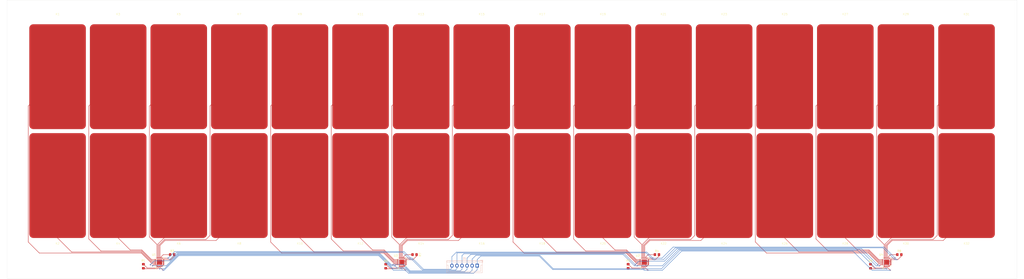
<source format=kicad_pcb>
(kicad_pcb (version 20240108) (generator "pcbnew") (generator_version "8.0")
  (layers (0 "F.Cu" signal) (31 "B.Cu" signal) (34 "B.Paste" user) (35 "F.Paste" user) (36 "B.SilkS" user "B.Silkscreen") (37 "F.SilkS" user "F.Silkscreen") (38 "B.Mask" user) (39 "F.Mask" user) (44 "Edge.Cuts" user))
  (net 0 "")
  (net 1 "+3.3V")
  (net 2 "SMDATA")
  (net 3 "RESET")
  (net 4 "GND")
  (net 5 "ALERT")
  (net 6 "SMCLK")
  (net 7 "Net-(K1-Pin_1)")
  (net 8 "Net-(K2-Pin_1)")
  (net 9 "Net-(K3-Pin_1)")
  (net 10 "Net-(K4-Pin_1)")
  (net 11 "Net-(K5-Pin_1)")
  (net 12 "Net-(K6-Pin_1)")
  (net 13 "Net-(K7-Pin_1)")
  (net 14 "Net-(K8-Pin_1)")
  (net 15 "Net-(K9-Pin_1)")
  (net 16 "Net-(K10-Pin_1)")
  (net 17 "Net-(K11-Pin_1)")
  (net 18 "Net-(K12-Pin_1)")
  (net 19 "Net-(K13-Pin_1)")
  (net 20 "Net-(K14-Pin_1)")
  (net 21 "Net-(K15-Pin_1)")
  (net 22 "Net-(K16-Pin_1)")
  (net 23 "Net-(K17-Pin_1)")
  (net 24 "Net-(K18-Pin_1)")
  (net 25 "Net-(K19-Pin_1)")
  (net 26 "Net-(K20-Pin_1)")
  (net 27 "Net-(K21-Pin_1)")
  (net 28 "Net-(K22-Pin_1)")
  (net 29 "Net-(K23-Pin_1)")
  (net 30 "Net-(K24-Pin_1)")
  (net 31 "Net-(K25-Pin_1)")
  (net 32 "Net-(K26-Pin_1)")
  (net 33 "Net-(K27-Pin_1)")
  (net 34 "Net-(K28-Pin_1)")
  (net 35 "Net-(K29-Pin_1)")
  (net 36 "Net-(K30-Pin_1)")
  (net 37 "Net-(K31-Pin_1)")
  (net 38 "Net-(K32-Pin_1)")
  (net 39 "Net-(U1-WAKE{slash}SPI_MOSI)")
  (net 40 "Net-(U2-WAKE{slash}SPI_MOSI)")
  (net 41 "Net-(U1-ADDR_COMM)")
  (net 42 "Net-(U2-ADDR_COMM)")
  (net 43 "Net-(U3-WAKE{slash}SPI_MOSI)")
  (net 44 "Net-(U4-WAKE{slash}SPI_MOSI)")
  (net 45 "Net-(U3-ADDR_COMM)")
  (net 46 "Net-(U4-ADDR_COMM)")
  (footprint "Resistor_SMD:R_0805_2012Metric_Pad1.20x1.40mm_HandSolder" (layer "F.Cu") (at 116.25 258.75 -90)
    (property "Reference" "R1")
    (property "Value" "10k")
  )
  (footprint "Resistor_SMD:R_0805_2012Metric_Pad1.20x1.40mm_HandSolder" (layer "F.Cu") (at 356.25 258.75 -90)
    (property "Reference" "R2")
    (property "Value" "10k")
  )
  (footprint "TouchKey:TouchKey_Standard" (layer "F.Cu") (at 223.76905 164.75 180)
    (property "Reference" "K11")
    (property "Value" "Conn_01x01")
  )
  (footprint "Resistor_SMD:R_0805_2012Metric_Pad1.20x1.40mm_HandSolder" (layer "F.Cu") (at 130.5 253)
    (property "Reference" "R3")
    (property "Value" "150k")
  )
  (footprint "Resistor_SMD:R_0805_2012Metric_Pad1.20x1.40mm_HandSolder" (layer "F.Cu") (at 250.5 253)
    (property "Reference" "R7")
    (property "Value" "120k")
  )
  (footprint "TouchKey:TouchKey_Standard" (layer "F.Cu") (at 523.7881 218.75)
    (property "Reference" "K32")
    (property "Value" "Conn_01x01")
  )
  (footprint "MountingHole:MountingHole_3.2mm_M3" (layer "F.Cu") (at 298.75 259)
    (property "Reference" "REF**" (hide yes))
    (property "Value" "MountingHole_3.2mm_M3")
  )
  (footprint "TouchKey:TouchKey_Standard" (layer "F.Cu") (at 403.76905 164.75 180)
    (property "Reference" "K23")
    (property "Value" "Conn_01x01")
  )
  (footprint "TouchKey:TouchKey_Standard" (layer "F.Cu") (at 103.76905 218.75)
    (property "Reference" "K4")
    (property "Value" "Conn_01x01")
  )
  (footprint "CAP1188_1_CP_TR:QFN24_4X4MC_MCH" (layer "F.Cu") (at 124.238 256.7185 90)
    (property "Reference" "U1")
    (property "Value" "CAP1188-1-CP-TR")
  )
  (footprint "MountingHole:MountingHole_3.2mm_M3" (layer "F.Cu") (at 418.75 259)
    (property "Reference" "REF**" (hide yes))
    (property "Value" "MountingHole_3.2mm_M3")
  )
  (footprint "TouchKey:TouchKey_Standard" (layer "F.Cu") (at 103.76905 164.75 180)
    (property "Reference" "K3")
    (property "Value" "Conn_01x01")
  )
  (footprint "MountingHole:MountingHole_3.2mm_M3" (layer "F.Cu") (at 178.75 132.75)
    (property "Reference" "REF**" (hide yes))
    (property "Value" "MountingHole_3.2mm_M3")
  )
  (footprint "CAP1188_1_CP_TR:QFN24_4X4MC_MCH" (layer "F.Cu") (at 244.25 256.75 90)
    (property "Reference" "U3")
    (property "Value" "CAP1188-1-CP-TR")
  )
  (footprint "TouchKey:TouchKey_Standard" (layer "F.Cu") (at 313.76905 164.75 180)
    (property "Reference" "K17")
    (property "Value" "Conn_01x01")
  )
  (footprint "TouchKey:TouchKey_Standard" (layer "F.Cu") (at 463.7881 218.75)
    (property "Reference" "K28")
    (property "Value" "Conn_01x01")
  )
  (footprint "MountingHole:MountingHole_3.2mm_M3" (layer "F.Cu") (at 298.75 132.75)
    (property "Reference" "REF**" (hide yes))
    (property "Value" "MountingHole_3.2mm_M3")
  )
  (footprint "Resistor_SMD:R_0805_2012Metric_Pad1.20x1.40mm_HandSolder" (layer "F.Cu") (at 236.25 258.75 -90)
    (property "Reference" "R5")
    (property "Value" "10k")
  )
  (footprint "TouchKey:TouchKey_Standard" (layer "F.Cu") (at 253.76905 164.75 180)
    (property "Reference" "K13")
    (property "Value" "Conn_01x01")
  )
  (footprint "TouchKey:TouchKey_Standard" (layer "F.Cu") (at 163.76905 218.75)
    (property "Reference" "K8")
    (property "Value" "Conn_01x01")
  )
  (footprint "MountingHole:MountingHole_3.2mm_M3" (layer "F.Cu") (at 542.75 259)
    (property "Reference" "REF**" (hide yes))
    (property "Value" "MountingHole_3.2mm_M3")
  )
  (footprint "TouchKey:TouchKey_Standard" (layer "F.Cu") (at 373.76905 164.75 180)
    (property "Reference" "K21")
    (property "Value" "Conn_01x01")
  )
  (footprint "TouchKey:TouchKey_Standard" (layer "F.Cu") (at 493.7881 218.75)
    (property "Reference" "K30")
    (property "Value" "Conn_01x01")
  )
  (footprint "TouchKey:TouchKey_Standard" (layer "F.Cu") (at 523.76905 164.75 180)
    (property "Reference" "K31")
    (property "Value" "Conn_01x01")
  )
  (footprint "TouchKey:TouchKey_Standard" (layer "F.Cu") (at 73.76905 164.75 180)
    (property "Reference" "K1")
    (property "Value" "Conn_01x01")
  )
  (footprint "Resistor_SMD:R_0805_2012Metric_Pad1.20x1.40mm_HandSolder" (layer "F.Cu") (at 490.5 253)
    (property "Reference" "R8")
    (property "Value" "82k")
  )
  (footprint "TouchKey:TouchKey_Standard" (layer "F.Cu") (at 343.7881 218.75)
    (property "Reference" "K20")
    (property "Value" "Conn_01x01")
  )
  (footprint "Resistor_SMD:R_0805_2012Metric_Pad1.20x1.40mm_HandSolder" (layer "F.Cu") (at 476.25 258.75 -90)
    (property "Reference" "R6")
    (property "Value" "10k")
  )
  (footprint "TouchKey:TouchKey_Standard" (layer "F.Cu") (at 133.76905 218.75)
    (property "Reference" "K6")
    (property "Value" "Conn_01x01")
  )
  (footprint "MountingHole:MountingHole_3.2mm_M3" (layer "F.Cu") (at 54.75 132.75)
    (property "Reference" "REF**" (hide yes))
    (property "Value" "MountingHole_3.2mm_M3")
  )
  (footprint "TouchKey:TouchKey_Standard" (layer "F.Cu") (at 193.76905 218.75)
    (property "Reference" "K10")
    (property "Value" "Conn_01x01")
  )
  (footprint "CAP1188_1_CP_TR:QFN24_4X4MC_MCH" (layer "F.Cu") (at 364.25 256.75 90)
    (property "Reference" "U2")
    (property "Value" "CAP1188-1-CP-TR")
  )
  (footprint "TouchKey:TouchKey_Standard" (layer "F.Cu") (at 463.76905 164.75 180)
    (property "Reference" "K27")
    (property "Value" "Conn_01x01")
  )
  (footprint "Resistor_SMD:R_0805_2012Metric_Pad1.20x1.40mm_HandSolder" (layer "F.Cu") (at 370.5 253)
    (property "Reference" "R4")
    (property "Value" "100k")
  )
  (footprint "MountingHole:MountingHole_3.2mm_M3" (layer "F.Cu") (at 54.75 259)
    (property "Reference" "REF**" (hide yes))
    (property "Value" "MountingHole_3.2mm_M3")
  )
  (footprint "TouchKey:TouchKey_Standard" (layer "F.Cu") (at 373.7881 218.75)
    (property "Reference" "K22")
    (property "Value" "Conn_01x01")
  )
  (footprint "TouchKey:TouchKey_Standard" (layer "F.Cu") (at 403.7881 218.75)
    (property "Reference" "K24")
    (property "Value" "Conn_01x01")
  )
  (footprint "TouchKey:TouchKey_Standard" (layer "F.Cu") (at 193.76905 164.75 180)
    (property "Reference" "K9")
    (property "Value" "Conn_01x01")
  )
  (footprint "TouchKey:TouchKey_Standard" (layer "F.Cu") (at 433.7881 218.75)
    (property "Reference" "K26")
    (property "Value" "Conn_01x01")
  )
  (footprint "TouchKey:TouchKey_Standard" (layer "F.Cu") (at 283.76905 164.75 180)
    (property "Reference" "K15")
    (property "Value" "Conn_01x01")
  )
  (footprint "TouchKey:TouchKey_Standard" (layer "F.Cu") (at 313.7881 218.75)
    (property "Reference" "K18")
    (property "Value" "Conn_01x01")
  )
  (footprint "CAP1188_1_CP_TR:QFN24_4X4MC_MCH" (layer "F.Cu") (at 484.25 256.75 90)
    (property "Reference" "U4")
    (property "Value" "CAP1188-1-CP-TR")
  )
  (footprint "MountingHole:MountingHole_3.2mm_M3" (layer "F.Cu") (at 418.75 132.75)
    (property "Reference" "REF**" (hide yes))
    (property "Value" "MountingHole_3.2mm_M3")
  )
  (footprint "TouchKey:TouchKey_Standard" (layer "F.Cu") (at 73.76905 218.75)
    (property "Reference" "K2")
    (property "Value" "Conn_01x01")
  )
  (footprint "TouchKey:TouchKey_Standard" (layer "F.Cu") (at 343.76905 164.75 180)
    (property "Reference" "K19")
    (property "Value" "Conn_01x01")
  )
  (footprint "TouchKey:TouchKey_Standard" (layer "F.Cu") (at 283.7881 218.75)
    (property "Reference" "K16")
    (property "Value" "Conn_01x01")
  )
  (footprint "MountingHole:MountingHole_3.2mm_M3" (layer "F.Cu") (at 178.75 259)
    (property "Reference" "REF**" (hide yes))
    (property "Value" "MountingHole_3.2mm_M3")
  )
  (footprint "MountingHole:MountingHole_3.2mm_M3" (layer "F.Cu") (at 542.75 132.75)
    (property "Reference" "REF**" (hide yes))
    (property "Value" "MountingHole_3.2mm_M3")
  )
  (footprint "TouchKey:TouchKey_Standard" (layer "F.Cu") (at 223.76905 218.75)
    (property "Reference" "K12")
    (property "Value" "Conn_01x01")
  )
  (footprint "TouchKey:TouchKey_Standard" (layer "F.Cu") (at 163.76905 164.75 180)
    (property "Reference" "K7")
    (property "Value" "Conn_01x01")
  )
  (footprint "TouchKey:TouchKey_Standard" (layer "F.Cu") (at 253.76905 218.75)
    (property "Reference" "K14")
    (property "Value" "Conn_01x01")
  )
  (footprint "TouchKey:TouchKey_Standard" (layer "F.Cu") (at 493.76905 164.75 180)
    (property "Reference" "K29")
    (property "Value" "Conn_01x01")
  )
  (footprint "TouchKey:TouchKey_Standard" (layer "F.Cu") (at 133.76905 164.75 180)
    (property "Reference" "K5")
    (property "Value" "Conn_01x01")
  )
  (footprint "TouchKey:TouchKey_Standard" (layer "F.Cu") (at 433.76905 164.75 180)
    (property "Reference" "K25")
    (property "Value" "Conn_01x01")
  )
  (footprint "Connector_JST:JST_XH_B6B-XH-A_1x06_P2.50mm_Vertical" (layer "B.Cu") (at 281.5 258.475 180)
    (property "Reference" "J1")
    (property "Value" "Conn_01x06_Socket")
  )
  (gr_rect (start 48.75 126.75) (end 548.75 265) (stroke (width 0.05)) (fill none) (layer "Edge.Cuts"))
  (segment (start 240.25 257.5) (end 242.25 257.5) (width 0.2) (layer "F.Cu") (net 1))
  (segment (start 119.75 258) (end 120.2695 257.4805) (width 0.2) (layer "F.Cu") (net 1))
  (segment (start 480.238 257.512) (end 482.2815 257.512) (width 0.2) (layer "F.Cu") (net 1))
  (segment (start 360.25 257.5) (end 362.25 257.5) (width 0.2) (layer "F.Cu") (net 1))
  (segment (start 479.75 258) (end 480.238 257.512) (width 0.2) (layer "F.Cu") (net 1))
  (segment (start 359.75 258) (end 360.25 257.5) (width 0.2) (layer "F.Cu") (net 1))
  (segment (start 120.2695 257.4805) (end 122.2695 257.4805) (width 0.2) (layer "F.Cu") (net 1))
  (segment (start 239.75 258) (end 240.25 257.5) (width 0.2) (layer "F.Cu") (net 1))
  (via (at 239.75 258) (size 0.6) (drill 0.3) (layers "F.Cu" "B.Cu") (net 1))
  (via (at 359.75 258) (size 0.6) (drill 0.3) (layers "F.Cu" "B.Cu") (net 1))
  (via (at 119.75 258) (size 0.6) (drill 0.3) (layers "F.Cu" "B.Cu") (net 1))
  (via (at 479.75 258) (size 0.6) (drill 0.3) (layers "F.Cu" "B.Cu") (net 1))
  (segment (start 233.247058 252.3) (end 238.947058 258) (width 0.2) (layer "B.Cu") (net 1))
  (segment (start 359.75 258) (end 361.5 256.25) (width 0.2) (layer "B.Cu") (net 1))
  (segment (start 471.8 250.05) (end 479.75 258) (width 0.2) (layer "B.Cu") (net 1))
  (segment (start 121.7015 256.0485) (end 129.498529 256.0485) (width 0.2) (layer "B.Cu") (net 1))
  (segment (start 129.498529 256.0485) (end 133.247029 252.3) (width 0.2) (layer "B.Cu") (net 1))
  (segment (start 374.25 256.25) (end 380.45 250.05) (width 0.2) (layer "B.Cu") (net 1))
  (segment (start 273.2 261.05) (end 274 260.25) (width 0.2) (layer "B.Cu") (net 1))
  (segment (start 359.75 258) (end 354.3 252.55) (width 0.2) (layer "B.Cu") (net 1))
  (segment (start 248.279901 261.05) (end 273.2 261.05) (width 0.2) (layer "B.Cu") (net 1))
  (segment (start 239.85 257.9) (end 245.129901 257.9) (width 0.2) (layer "B.Cu") (net 1))
  (segment (start 361.5 256.25) (end 374.25 256.25) (width 0.2) (layer "B.Cu") (net 1))
  (segment (start 119.75 258) (end 121.7015 256.0485) (width 0.2) (layer "B.Cu") (net 1))
  (segment (start 354.3 252.55) (end 274.95 252.55) (width 0.2) (layer "B.Cu") (net 1))
  (segment (start 274.95 252.55) (end 274 253.5) (width 0.2) (layer "B.Cu") (net 1))
  (segment (start 274 253.5) (end 274 258.475) (width 0.2) (layer "B.Cu") (net 1))
  (segment (start 380.45 250.05) (end 471.8 250.05) (width 0.2) (layer "B.Cu") (net 1))
  (segment (start 274 260.25) (end 274 258.475) (width 0.2) (layer "B.Cu") (net 1))
  (segment (start 239.75 258) (end 239.85 257.9) (width 0.2) (layer "B.Cu") (net 1))
  (segment (start 245.129901 257.9) (end 248.279901 261.05) (width 0.2) (layer "B.Cu") (net 1))
  (segment (start 133.247029 252.3) (end 233.247058 252.3) (width 0.2) (layer "B.Cu") (net 1))
  (segment (start 238.947058 258) (end 239.75 258) (width 0.2) (layer "B.Cu") (net 1))
  (segment (start 484 259.75) (end 484 258.703) (width 0.2) (layer "F.Cu") (net 2))
  (segment (start 124.25 260) (end 123.984 259.734) (width 0.2) (layer "F.Cu") (net 2))
  (segment (start 244.25 260) (end 243.984 259.734) (width 0.2) (layer "F.Cu") (net 2))
  (segment (start 123.984 259.734) (end 123.984 258.687) (width 0.2) (layer "F.Cu") (net 2))
  (segment (start 243.984 259.734) (end 243.984 258.687) (width 0.2) (layer "F.Cu") (net 2))
  (segment (start 363.984 259.734) (end 363.984 258.687) (width 0.2) (layer "F.Cu") (net 2))
  (segment (start 484.25 260) (end 484 259.75) (width 0.2) (layer "F.Cu") (net 2))
  (segment (start 364.25 260) (end 363.984 259.734) (width 0.2) (layer "F.Cu") (net 2))
  (via (at 364.25 260) (size 0.6) (drill 0.3) (layers "F.Cu" "B.Cu") (net 2))
  (via (at 244.25 260) (size 0.6) (drill 0.3) (layers "F.Cu" "B.Cu") (net 2))
  (via (at 124.25 260) (size 0.6) (drill 0.3) (layers "F.Cu" "B.Cu") (net 2))
  (via (at 484.25 260) (size 0.6) (drill 0.3) (layers "F.Cu" "B.Cu") (net 2))
  (segment (start 279 255.25) (end 279 258.475) (width 0.2) (layer "B.Cu") (net 2))
  (segment (start 469.85 250.85) (end 479 260) (width 0.2) (layer "B.Cu") (net 2))
  (segment (start 232.915686 253.1) (end 133.578401 253.1) (width 0.2) (layer "B.Cu") (net 2))
  (segment (start 133.578401 253.1) (end 126.678401 260) (width 0.2) (layer "B.Cu") (net 2))
  (segment (start 244.25 260) (end 246.098529 260) (width 0.2) (layer "B.Cu") (net 2))
  (segment (start 479 260) (end 484.25 260) (width 0.2) (layer "B.Cu") (net 2))
  (segment (start 364.25 260) (end 372.75 260) (width 0.2) (layer "B.Cu") (net 2))
  (segment (start 246.098529 260) (end 247.948529 261.85) (width 0.2) (layer "B.Cu") (net 2))
  (segment (start 244.25 260) (end 239.815686 260) (width 0.2) (layer "B.Cu") (net 2))
  (segment (start 372.75 260) (end 381.9 250.85) (width 0.2) (layer "B.Cu") (net 2))
  (segment (start 279 260.75) (end 279 258.475) (width 0.2) (layer "B.Cu") (net 2))
  (segment (start 381.9 250.85) (end 469.85 250.85) (width 0.2) (layer "B.Cu") (net 2))
  (segment (start 247.948529 261.85) (end 277.9 261.85) (width 0.2) (layer "B.Cu") (net 2))
  (segment (start 277.9 261.85) (end 279 260.75) (width 0.2) (layer "B.Cu") (net 2))
  (segment (start 364.25 260) (end 319.157843 260) (width 0.2) (layer "B.Cu") (net 2))
  (segment (start 239.815686 260) (end 232.915686 253.1) (width 0.2) (layer "B.Cu") (net 2))
  (segment (start 280.9 253.35) (end 279 255.25) (width 0.2) (layer "B.Cu") (net 2))
  (segment (start 126.678401 260) (end 124.25 260) (width 0.2) (layer "B.Cu") (net 2))
  (segment (start 312.507843 253.35) (end 280.9 253.35) (width 0.2) (layer "B.Cu") (net 2))
  (segment (start 319.157843 260) (end 312.507843 253.35) (width 0.2) (layer "B.Cu") (net 2))
  (segment (start 122.2695 257.9885) (end 121.2615 257.9885) (width 0.2) (layer "F.Cu") (net 3))
  (segment (start 361.25 258) (end 360.75 258.5) (width 0.2) (layer "F.Cu") (net 3))
  (segment (start 242.238 258.02) (end 241.23 258.02) (width 0.2) (layer "F.Cu") (net 3))
  (segment (start 480.75 258.5) (end 481.23 258.02) (width 0.2) (layer "F.Cu") (net 3))
  (segment (start 362.258 258) (end 361.25 258) (width 0.2) (layer "F.Cu") (net 3))
  (segment (start 241.23 258.02) (end 240.75 258.5) (width 0.2) (layer "F.Cu") (net 3))
  (segment (start 481.23 258.02) (end 482.2815 258.02) (width 0.2) (layer "F.Cu") (net 3))
  (segment (start 121.2615 257.9885) (end 120.75 258.5) (width 0.2) (layer "F.Cu") (net 3))
  (via (at 120.75 258.5) (size 0.6) (drill 0.3) (layers "F.Cu" "B.Cu") (net 3))
  (via (at 480.75 258.5) (size 0.6) (drill 0.3) (layers "F.Cu" "B.Cu") (net 3))
  (via (at 240.75 258.5) (size 0.6) (drill 0.3) (layers "F.Cu" "B.Cu") (net 3))
  (via (at 360.75 258.5) (size 0.6) (drill 0.3) (layers "F.Cu" "B.Cu") (net 3))
  (segment (start 246.064215 259.4) (end 248.114215 261.45) (width 0.2) (layer "B.Cu") (net 3))
  (segment (start 240.85 258.6) (end 240.75 258.5) (width 0.2) (layer "B.Cu") (net 3))
  (segment (start 470.95 250.45) (end 381.3 250.45) (width 0.2) (layer "B.Cu") (net 3))
  (segment (start 240.75 258.5) (end 241.65 259.4) (width 0.2) (layer "B.Cu") (net 3))
  (segment (start 276.5 260.25) (end 276.5 258.475) (width 0.2) (layer "B.Cu") (net 3))
  (segment (start 240.65 258.6) (end 238.981372 258.6) (width 0.2) (layer "B.Cu") (net 3))
  (segment (start 248.114215 261.45) (end 275.3 261.45) (width 0.2) (layer "B.Cu") (net 3))
  (segment (start 278.3 252.95) (end 276.5 254.75) (width 0.2) (layer "B.Cu") (net 3))
  (segment (start 241.65 259.4) (end 246.064215 259.4) (width 0.2) (layer "B.Cu") (net 3))
  (segment (start 479.1 258.6) (end 470.95 250.45) (width 0.2) (layer "B.Cu") (net 3))
  (segment (start 360.65 258.6) (end 359.425736 258.6) (width 0.2) (layer "B.Cu") (net 3))
  (segment (start 275.3 261.45) (end 276.5 260.25) (width 0.2) (layer "B.Cu") (net 3))
  (segment (start 381.3 250.45) (end 373.25 258.5) (width 0.2) (layer "B.Cu") (net 3))
  (segment (start 359.425736 258.6) (end 353.775736 252.95) (width 0.2) (layer "B.Cu") (net 3))
  (segment (start 133.412715 252.7) (end 127.612715 258.5) (width 0.2) (layer "B.Cu") (net 3))
  (segment (start 233.081372 252.7) (end 133.412715 252.7) (width 0.2) (layer "B.Cu") (net 3))
  (segment (start 240.75 258.5) (end 240.65 258.6) (width 0.2) (layer "B.Cu") (net 3))
  (segment (start 360.75 258.5) (end 360.65 258.6) (width 0.2) (layer "B.Cu") (net 3))
  (segment (start 373.25 258.5) (end 360.75 258.5) (width 0.2) (layer "B.Cu") (net 3))
  (segment (start 127.612715 258.5) (end 120.75 258.5) (width 0.2) (layer "B.Cu") (net 3))
  (segment (start 480.65 258.6) (end 479.1 258.6) (width 0.2) (layer "B.Cu") (net 3))
  (segment (start 276.5 254.75) (end 276.5 258.475) (width 0.2) (layer "B.Cu") (net 3))
  (segment (start 238.981372 258.6) (end 233.081372 252.7) (width 0.2) (layer "B.Cu") (net 3))
  (segment (start 480.75 258.5) (end 480.65 258.6) (width 0.2) (layer "B.Cu") (net 3))
  (segment (start 353.775736 252.95) (end 278.3 252.95) (width 0.2) (layer "B.Cu") (net 3))
  (segment (start 360.85 258.6) (end 360.75 258.5) (width 0.2) (layer "B.Cu") (net 3))
  (segment (start 485.012 257.4925) (end 484.238 256.7185) (width 0.2) (layer "F.Cu") (net 4))
  (segment (start 246.2065 255.48) (end 246.2065 257.9885) (width 0.2) (layer "F.Cu") (net 4))
  (segment (start 242.9879 258.0121) (end 244.25 256.75) (width 0.2) (layer "F.Cu") (net 4))
  (segment (start 489.8015 255.4485) (end 491.5 253.75) (width 0.2) (layer "F.Cu") (net 4))
  (segment (start 249.8015 255.4485) (end 251.5 253.75) (width 0.2) (layer "F.Cu") (net 4))
  (segment (start 246.2065 257.9885) (end 245.508 258.687) (width 0.2) (layer "F.Cu") (net 4))
  (segment (start 244.492 256.4645) (end 244.238 256.7185) (width 0.2) (layer "F.Cu") (net 4))
  (segment (start 249.25 255.4485) (end 249.8015 255.4485) (width 0.2) (layer "F.Cu") (net 4))
  (segment (start 131.5 253.75) (end 131.5 253) (width 0.2) (layer "F.Cu") (net 4))
  (segment (start 369.3015 255.4485) (end 369.25 255.4485) (width 0.2) (layer "F.Cu") (net 4))
  (segment (start 369.25 255.4485) (end 369.8015 255.4485) (width 0.2) (layer "F.Cu") (net 4))
  (segment (start 249.25 255.4485) (end 249.2185 255.48) (width 0.2) (layer "F.Cu") (net 4))
  (segment (start 482.968 258.687) (end 482.9759 258.6791) (width 0.2) (layer "F.Cu") (net 4))
  (segment (start 122.9759 258.6791) (end 122.9759 257.9806) (width 0.2) (layer "F.Cu") (net 4))
  (segment (start 485.012 258.7185) (end 485.012 257.512) (width 0.2) (layer "F.Cu") (net 4))
  (segment (start 129.3015 255.4485) (end 129.25 255.4485) (width 0.2) (layer "F.Cu") (net 4))
  (segment (start 489.3015 255.4485) (end 489.25 255.4485) (width 0.2) (layer "F.Cu") (net 4))
  (segment (start 482.968 258.687) (end 482.968 259.282) (width 0.2) (layer "F.Cu") (net 4))
  (segment (start 122.9759 257.9806) (end 124.238 256.7185) (width 0.2) (layer "F.Cu") (net 4))
  (segment (start 482.98 258.7185) (end 482.9879 258.7106) (width 0.2) (layer "F.Cu") (net 4))
  (segment (start 478.125 259.625) (end 476.25 257.75) (width 0.2) (layer "F.Cu") (net 4))
  (segment (start 122.968 258.687) (end 122.968 259.282) (width 0.2) (layer "F.Cu") (net 4))
  (segment (start 124.492 256.4645) (end 124.238 256.7185) (width 0.2) (layer "F.Cu") (net 4))
  (segment (start 125 258.687) (end 125 257.4805) (width 0.2) (layer "F.Cu") (net 4))
  (segment (start 364.492 256.4645) (end 366.2065 256.4645) (width 0.2) (layer "F.Cu") (net 4))
  (segment (start 362.625 259.625) (end 358.125 259.625) (width 0.2) (layer "F.Cu") (net 4))
  (segment (start 125.508 258.687) (end 126.2065 257.9885) (width 0.2) (layer "F.Cu") (net 4))
  (segment (start 369.25 255.4485) (end 366.2065 255.4485) (width 0.2) (layer "F.Cu") (net 4))
  (segment (start 242.968 259.282) (end 242.625 259.625) (width 0.2) (layer "F.Cu") (net 4))
  (segment (start 489.25 255.4485) (end 489.8015 255.4485) (width 0.2) (layer "F.Cu") (net 4))
  (segment (start 242.9879 258.7106) (end 242.9879 258.0121) (width 0.2) (layer "F.Cu") (net 4))
  (segment (start 245.508 258.687) (end 245 258.687) (width 0.2) (layer "F.Cu") (net 4))
  (segment (start 484.492 256.4645) (end 484.238 256.7185) (width 0.2) (layer "F.Cu") (net 4))
  (segment (start 122.968 259.282) (end 122.625 259.625) (width 0.2) (layer "F.Cu") (net 4))
  (segment (start 245 257.4805) (end 244.238 256.7185) (width 0.2) (layer "F.Cu") (net 4))
  (segment (start 358.125 259.625) (end 356.25 257.75) (width 0.2) (layer "F.Cu") (net 4))
  (segment (start 485.5515 258.687) (end 485.012 258.687) (width 0.2) (layer "F.Cu") (net 4))
  (segment (start 242.625 259.625) (end 238.125 259.625) (width 0.2) (layer "F.Cu") (net 4))
  (segment (start 362.9879 258.0121) (end 364.25 256.75) (width 0.2) (layer "F.Cu") (net 4))
  (segment (start 366.2065 257.9885) (end 365.508 258.687) (width 0.2) (layer "F.Cu") (net 4))
  (segment (start 489.25 255.4485) (end 489.2185 255.48) (width 0.2) (layer "F.Cu") (net 4))
  (segment (start 238.125 259.625) (end 236.25 257.75) (width 0.2) (layer "F.Cu") (net 4))
  (segment (start 366.2065 255.4485) (end 366.2065 257.9885) (width 0.2) (layer "F.Cu") (net 4))
  (segment (start 482.625 259.625) (end 478.125 259.625) (width 0.2) (layer "F.Cu") (net 4))
  (segment (start 118.125 259.625) (end 116.25 257.75) (width 0.2) (layer "F.Cu") (net 4))
  (segment (start 364.238 256.7185) (end 364.492 256.4645) (width 0.2) (layer "F.Cu") (net 4))
  (segment (start 249.3015 255.4485) (end 249.25 255.4485) (width 0.2) (layer "F.Cu") (net 4))
  (segment (start 486.2065 258.032) (end 485.5515 258.687) (width 0.2) (layer "F.Cu") (net 4))
  (segment (start 249.2185 255.48) (end 246.2065 255.48) (width 0.2) (layer "F.Cu") (net 4))
  (segment (start 129.25 255.4485) (end 129.8015 255.4485) (width 0.2) (layer "F.Cu") (net 4))
  (segment (start 129.25 255.4485) (end 126.2065 255.4485) (width 0.2) (layer "F.Cu") (net 4))
  (segment (start 362.968 258.687) (end 362.9759 258.6791) (width 0.2) (layer "F.Cu") (net 4))
  (segment (start 486.2065 255.48) (end 486.2065 258.032) (width 0.2) (layer "F.Cu") (net 4))
  (segment (start 362.968 259.282) (end 362.625 259.625) (width 0.2) (layer "F.Cu") (net 4))
  (segment (start 486.2065 256.4645) (end 484.492 256.4645) (width 0.2) (layer "F.Cu") (net 4))
  (segment (start 125 257.4805) (end 124.238 256.7185) (width 0.2) (layer "F.Cu") (net 4))
  (segment (start 126.2065 256.4645) (end 124.492 256.4645) (width 0.2) (layer "F.Cu") (net 4))
  (segment (start 371.5 253.75) (end 371.5 253) (width 0.2) (layer "F.Cu") (net 4))
  (segment (start 489.2185 255.48) (end 486.2065 255.48) (width 0.2) (layer "F.Cu") (net 4))
  (segment (start 482.9879 258.7106) (end 482.9879 258.0121) (width 0.2) (layer "F.Cu") (net 4))
  (segment (start 245 258.687) (end 245 257.4805) (width 0.2) (layer "F.Cu") (net 4))
  (segment (start 122.968 258.687) (end 122.9759 258.6791) (width 0.2) (layer "F.Cu") (net 4))
  (segment (start 482.968 259.282) (end 482.625 259.625) (width 0.2) (layer "F.Cu") (net 4))
  (segment (start 365.508 258.687) (end 365.012 258.687) (width 0.2) (layer "F.Cu") (net 4))
  (segment (start 365.012 257.4925) (end 364.238 256.7185) (width 0.2) (layer "F.Cu") (net 4))
  (segment (start 246.2065 256.4645) (end 244.492 256.4645) (width 0.2) (layer "F.Cu") (net 4))
  (segment (start 362.968 258.687) (end 362.968 259.282) (width 0.2) (layer "F.Cu") (net 4))
  (segment (start 491.5 253.75) (end 491.5 253) (width 0.2) (layer "F.Cu") (net 4))
  (segment (start 362.98 258.7185) (end 362.9879 258.7106) (width 0.2) (layer "F.Cu") (net 4))
  (segment (start 122.625 259.625) (end 118.125 259.625) (width 0.2) (layer "F.Cu") (net 4))
  (segment (start 129.8015 255.4485) (end 131.5 253.75) (width 0.2) (layer "F.Cu") (net 4))
  (segment (start 251.5 253.75) (end 251.5 253) (width 0.2) (layer "F.Cu") (net 4))
  (segment (start 242.968 258.687) (end 242.9759 258.6791) (width 0.2) (layer "F.Cu") (net 4))
  (segment (start 126.2065 257.9885) (end 126.2065 255.4485) (width 0.2) (layer "F.Cu") (net 4))
  (segment (start 362.9879 258.7106) (end 362.9879 258.0121) (width 0.2) (layer "F.Cu") (net 4))
  (segment (start 242.968 258.687) (end 242.968 259.282) (width 0.2) (layer "F.Cu") (net 4))
  (segment (start 365.012 258.687) (end 365.012 257.4925) (width 0.2) (layer "F.Cu") (net 4))
  (segment (start 242.98 258.7185) (end 242.9879 258.7106) (width 0.2) (layer "F.Cu") (net 4))
  (segment (start 369.8015 255.4485) (end 371.5 253.75) (width 0.2) (layer "F.Cu") (net 4))
  (segment (start 485.012 257.512) (end 484.25 256.75) (width 0.2) (layer "F.Cu") (net 4))
  (segment (start 125 258.687) (end 125.508 258.687) (width 0.2) (layer "F.Cu") (net 4))
  (segment (start 482.9879 258.0121) (end 484.25 256.75) (width 0.2) (layer "F.Cu") (net 4))
  (via (at 129.25 255.4485) (size 0.6) (drill 0.3) (layers "F.Cu" "B.Cu") (net 4))
  (via (at 489.25 255.4485) (size 0.6) (drill 0.3) (layers "F.Cu" "B.Cu") (net 4))
  (via (at 249.25 255.4485) (size 0.6) (drill 0.3) (layers "F.Cu" "B.Cu") (net 4))
  (via (at 369.25 255.4485) (size 0.6) (drill 0.3) (layers "F.Cu" "B.Cu") (net 4))
  (segment (start 271.5 260) (end 271.5 258.475) (width 0.2) (layer "B.Cu") (net 4))
  (segment (start 379.6 249.65) (end 373.8015 255.4485) (width 0.2) (layer "B.Cu") (net 4))
  (segment (start 489.25 255.4485) (end 488.1985 255.4485) (width 0.2) (layer "B.Cu") (net 4))
  (segment (start 129.25 255.4485) (end 132.7985 251.9) (width 0.2) (layer "B.Cu") (net 4))
  (segment (start 254.4515 260.65) (end 270.85 260.65) (width 0.2) (layer "B.Cu") (net 4))
  (segment (start 270.85 260.65) (end 271.5 260) (width 0.2) (layer "B.Cu") (net 4))
  (segment (start 365.051471 252.15) (end 271.6 252.15) (width 0.2) (layer "B.Cu") (net 4))
  (segment (start 271.5 252.25) (end 271.5 258.475) (width 0.2) (layer "B.Cu") (net 4))
  (segment (start 488.1985 255.4485) (end 482.4 249.65) (width 0.2) (layer "B.Cu") (net 4))
  (segment (start 373.8015 255.4485) (end 369.25 255.4485) (width 0.2) (layer "B.Cu") (net 4))
  (segment (start 132.7985 251.9) (end 244.65 251.9) (width 0.2) (layer "B.Cu") (net 4))
  (segment (start 482.4 249.65) (end 379.6 249.65) (width 0.2) (layer "B.Cu") (net 4))
  (segment (start 248.1985 255.4485) (end 249.25 255.4485) (width 0.2) (layer "B.Cu") (net 4))
  (segment (start 249.25 255.4485) (end 254.4515 260.65) (width 0.2) (layer "B.Cu") (net 4))
  (segment (start 271.6 252.15) (end 271.5 252.25) (width 0.2) (layer "B.Cu") (net 4))
  (segment (start 369.25 255.4485) (end 368.349971 255.4485) (width 0.2) (layer "B.Cu") (net 4))
  (segment (start 244.65 251.9) (end 248.1985 255.4485) (width 0.2) (layer "B.Cu") (net 4))
  (segment (start 368.349971 255.4485) (end 365.051471 252.15) (width 0.2) (layer "B.Cu") (net 4))
  (segment (start 365.508 254.75) (end 368.5 254.75) (width 0.2) (layer "F.Cu") (net 5))
  (segment (start 485.508 254.75) (end 488.5 254.75) (width 0.2) (layer "F.Cu") (net 5))
  (segment (start 125.508 254.75) (end 128.5 254.75) (width 0.2) (layer "F.Cu") (net 5))
  (segment (start 245.508 254.75) (end 248.5 254.75) (width 0.2) (layer "F.Cu") (net 5))
  (via (at 128.5 254.75) (size 0.6) (drill 0.3) (layers "F.Cu" "B.Cu") (net 5))
  (via (at 368.5 254.75) (size 0.6) (drill 0.3) (layers "F.Cu" "B.Cu") (net 5))
  (via (at 488.5 254.75) (size 0.6) (drill 0.3) (layers "F.Cu" "B.Cu") (net 5))
  (via (at 248.5 254.75) (size 0.6) (drill 0.3) (layers "F.Cu" "B.Cu") (net 5))
  (segment (start 131.75 251.5) (end 245.25 251.5) (width 0.2) (layer "B.Cu") (net 5))
  (segment (start 368.5 254.75) (end 373 254.75) (width 0.2) (layer "B.Cu") (net 5))
  (segment (start 254.900029 260.25) (end 249.400029 254.75) (width 0.2) (layer "B.Cu") (net 5))
  (segment (start 249.400029 254.75) (end 248.5 254.75) (width 0.2) (layer "B.Cu") (net 5))
  (segment (start 128.5 254.75) (end 131.75 251.5) (width 0.2) (layer "B.Cu") (net 5))
  (segment (start 269 258.475) (end 269 254) (width 0.2) (layer "B.Cu") (net 5))
  (segment (start 373 254.75) (end 378.5 249.25) (width 0.2) (layer "B.Cu") (net 5))
  (segment (start 378.5 249.25) (end 483 249.25) (width 0.2) (layer "B.Cu") (net 5))
  (segment (start 269 254) (end 271.25 251.75) (width 0.2) (layer "B.Cu") (net 5))
  (segment (start 483 249.25) (end 488.5 254.75) (width 0.2) (layer "B.Cu") (net 5))
  (segment (start 269 259.75) (end 268.5 260.25) (width 0.2) (layer "B.Cu") (net 5))
  (segment (start 268.5 260.25) (end 254.900029 260.25) (width 0.2) (layer "B.Cu") (net 5))
  (segment (start 269 258.475) (end 269 259.75) (width 0.2) (layer "B.Cu") (net 5))
  (segment (start 365.5 251.75) (end 368.5 254.75) (width 0.2) (layer "B.Cu") (net 5))
  (segment (start 271.25 251.75) (end 365.5 251.75) (width 0.2) (layer "B.Cu") (net 5))
  (segment (start 245.25 251.5) (end 248.5 254.75) (width 0.2) (layer "B.Cu") (net 5))
  (segment (start 364.492 258.687) (end 364.492 259.242) (width 0.2) (layer "F.Cu") (net 6))
  (segment (start 124.492 259.242) (end 126 260.75) (width 0.2) (layer "F.Cu") (net 6))
  (segment (start 124.492 258.687) (end 124.492 259.242) (width 0.2) (layer "F.Cu") (net 6))
  (segment (start 244.492 259.242) (end 246 260.75) (width 0.2) (layer "F.Cu") (net 6))
  (segment (start 364.492 259.242) (end 366 260.75) (width 0.2) (layer "F.Cu") (net 6))
  (segment (start 484.504 259.254) (end 486 260.75) (width 0.2) (layer "F.Cu") (net 6))
  (segment (start 244.492 258.687) (end 244.492 259.242) (width 0.2) (layer "F.Cu") (net 6))
  (segment (start 484.504 258.7185) (end 484.504 259.254) (width 0.2) (layer "F.Cu") (net 6))
  (via (at 366 260.75) (size 0.6) (drill 0.3) (layers "F.Cu" "B.Cu") (net 6))
  (via (at 486 260.75) (size 0.6) (drill 0.3) (layers "F.Cu" "B.Cu") (net 6))
  (via (at 246 260.75) (size 0.6) (drill 0.3) (layers "F.Cu" "B.Cu") (net 6))
  (via (at 126 260.75) (size 0.6) (drill 0.3) (layers "F.Cu" "B.Cu") (net 6))
  (segment (start 312.25 253.75) (end 318.9 260.4) (width 0.2) (layer "B.Cu") (net 6))
  (segment (start 283.25 253.75) (end 312.25 253.75) (width 0.2) (layer "B.Cu") (net 6))
  (segment (start 364.151471 260.75) (end 366 260.75) (width 0.2) (layer "B.Cu") (net 6))
  (segment (start 281.5 258.475) (end 281.5 255.5) (width 0.2) (layer "B.Cu") (net 6))
  (segment (start 281.5 260.5) (end 281.5 258.475) (width 0.2) (layer "B.Cu") (net 6))
  (segment (start 486 260.75) (end 477 260.75) (width 0.2) (layer "B.Cu") (net 6))
  (segment (start 363.801471 260.4) (end 364.151471 260.75) (width 0.2) (layer "B.Cu") (net 6))
  (segment (start 247.5 262.25) (end 279.75 262.25) (width 0.2) (layer "B.Cu") (net 6))
  (segment (start 382.75 251.25) (end 373.25 260.75) (width 0.2) (layer "B.Cu") (net 6))
  (segment (start 126.494087 260.75) (end 126 260.75) (width 0.2) (layer "B.Cu") (net 6))
  (segment (start 279.75 262.25) (end 281.5 260.5) (width 0.2) (layer "B.Cu") (net 6))
  (segment (start 133.744087 253.5) (end 126.494087 260.75) (width 0.2) (layer "B.Cu") (net 6))
  (segment (start 240 260.75) (end 232.75 253.5) (width 0.2) (layer "B.Cu") (net 6))
  (segment (start 246 260.75) (end 247.5 262.25) (width 0.2) (layer "B.Cu") (net 6))
  (segment (start 467.5 251.25) (end 382.75 251.25) (width 0.2) (layer "B.Cu") (net 6))
  (segment (start 246 260.75) (end 240 260.75) (width 0.2) (layer "B.Cu") (net 6))
  (segment (start 281.5 255.5) (end 283.25 253.75) (width 0.2) (layer "B.Cu") (net 6))
  (segment (start 318.9 260.4) (end 363.801471 260.4) (width 0.2) (layer "B.Cu") (net 6))
  (segment (start 373.25 260.75) (end 366 260.75) (width 0.2) (layer "B.Cu") (net 6))
  (segment (start 232.75 253.5) (end 133.744087 253.5) (width 0.2) (layer "B.Cu") (net 6))
  (segment (start 477 260.75) (end 467.5 251.25) (width 0.2) (layer "B.Cu") (net 6))
  (segment (start 73.76905 164.75) (end 59.25 179.26905) (width 0.2) (layer "F.Cu") (net 7))
  (segment (start 59.25 246.75) (end 64.7225 252.2225) (width 0.2) (layer "F.Cu") (net 7))
  (segment (start 64.7225 252.2225) (end 115.2225 252.2225) (width 0.2) (layer "F.Cu") (net 7))
  (segment (start 115.2225 252.2225) (end 119.9725 256.9725) (width 0.2) (layer "F.Cu") (net 7))
  (segment (start 59.25 179.26905) (end 59.25 246.75) (width 0.2) (layer "F.Cu") (net 7))
  (segment (start 119.9725 256.9725) (end 122.2695 256.9725) (width 0.2) (layer "F.Cu") (net 7))
  (segment (start 73.76905 206.73095) (end 73.76905 218.75) (width 0.2) (layer "F.Cu") (net 8))
  (segment (start 73.76905 218.75) (end 73.76905 244.75) (width 0.2) (layer "F.Cu") (net 8))
  (segment (start 120.030186 256.4645) (end 122.2695 256.4645) (width 0.2) (layer "F.Cu") (net 8))
  (segment (start 73.76905 244.75) (end 80.73355 251.7145) (width 0.2) (layer "F.Cu") (net 8))
  (segment (start 80.73355 251.7145) (end 115.280186 251.7145) (width 0.2) (layer "F.Cu") (net 8))
  (segment (start 115.280186 251.7145) (end 120.030186 256.4645) (width 0.2) (layer "F.Cu") (net 8))
  (segment (start 89.25 179.26905) (end 89.25 245.25) (width 0.2) (layer "F.Cu") (net 9))
  (segment (start 95.2065 251.2065) (end 115.4565 251.2065) (width 0.2) (layer "F.Cu") (net 9))
  (segment (start 89.25 245.25) (end 95.2065 251.2065) (width 0.2) (layer "F.Cu") (net 9))
  (segment (start 103.76905 164.75) (end 89.25 179.26905) (width 0.2) (layer "F.Cu") (net 9))
  (segment (start 120.2065 255.9565) (end 122.2695 255.9565) (width 0.2) (layer "F.Cu") (net 9))
  (segment (start 115.4565 251.2065) (end 120.2065 255.9565) (width 0.2) (layer "F.Cu") (net 9))
  (segment (start 109.71755 250.6985) (end 115.514186 250.6985) (width 0.2) (layer "F.Cu") (net 10))
  (segment (start 103.76905 206.76905) (end 103.76905 218.75) (width 0.2) (layer "F.Cu") (net 10))
  (segment (start 103.76905 244.75) (end 109.71755 250.6985) (width 0.2) (layer "F.Cu") (net 10))
  (segment (start 103.76905 218.75) (end 103.76905 244.75) (width 0.2) (layer "F.Cu") (net 10))
  (segment (start 120.264186 255.4485) (end 122.2695 255.4485) (width 0.2) (layer "F.Cu") (net 10))
  (segment (start 115.514186 250.6985) (end 120.264186 255.4485) (width 0.2) (layer "F.Cu") (net 10))
  (segment (start 133.76905 164.75) (end 119.25 179.26905) (width 0.2) (layer "F.Cu") (net 11))
  (segment (start 119.25 179.26905) (end 119.25 244.25) (width 0.2) (layer "F.Cu") (net 11))
  (segment (start 122.968 247.968) (end 122.968 254.75) (width 0.2) (layer "F.Cu") (net 11))
  (segment (start 119.25 244.25) (end 122.968 247.968) (width 0.2) (layer "F.Cu") (net 11))
  (segment (start 133.76905 237.48095) (end 123.476 247.774) (width 0.2) (layer "F.Cu") (net 12))
  (segment (start 123.476 247.774) (end 123.476 254.75) (width 0.2) (layer "F.Cu") (net 12))
  (segment (start 133.76905 218.75) (end 133.76905 237.48095) (width 0.2) (layer "F.Cu") (net 12))
  (segment (start 123.984 248.266) (end 123.984 254.75) (width 0.2) (layer "F.Cu") (net 13))
  (segment (start 149.25 243.5) (end 147.25 245.5) (width 0.2) (layer "F.Cu") (net 13))
  (segment (start 126.75 245.5) (end 123.984 248.266) (width 0.2) (layer "F.Cu") (net 13))
  (segment (start 149.25 179.26905) (end 149.25 243.5) (width 0.2) (layer "F.Cu") (net 13))
  (segment (start 163.76905 164.75) (end 149.25 179.26905) (width 0.2) (layer "F.Cu") (net 13))
  (segment (start 147.25 245.5) (end 126.75 245.5) (width 0.2) (layer "F.Cu") (net 13))
  (segment (start 163.76905 234.48095) (end 152.25 246) (width 0.2) (layer "F.Cu") (net 14))
  (segment (start 152.25 246) (end 126.9333 246) (width 0.2) (layer "F.Cu") (net 14))
  (segment (start 126.9333 246) (end 124.492 248.4413) (width 0.2) (layer "F.Cu") (net 14))
  (segment (start 163.76905 218.75) (end 163.76905 234.48095) (width 0.2) (layer "F.Cu") (net 14))
  (segment (start 124.492 248.4413) (end 124.492 254.75) (width 0.2) (layer "F.Cu") (net 14))
  (segment (start 184.7225 252.2225) (end 235.2225 252.2225) (width 0.2) (layer "F.Cu") (net 15))
  (segment (start 193.76905 164.75) (end 179.25 179.26905) (width 0.2) (layer "F.Cu") (net 15))
  (segment (start 179.25 179.26905) (end 179.25 246.75) (width 0.2) (layer "F.Cu") (net 15))
  (segment (start 179.25 246.75) (end 184.7225 252.2225) (width 0.2) (layer "F.Cu") (net 15))
  (segment (start 235.2225 252.2225) (end 240 257) (width 0.2) (layer "F.Cu") (net 15))
  (segment (start 240 257) (end 242.242 257) (width 0.2) (layer "F.Cu") (net 15))
  (segment (start 200.73355 251.7145) (end 235.280186 251.7145) (width 0.2) (layer "F.Cu") (net 16))
  (segment (start 235.280186 251.7145) (end 240.065686 256.5) (width 0.2) (layer "F.Cu") (net 16))
  (segment (start 193.76905 244.75) (end 200.73355 251.7145) (width 0.2) (layer "F.Cu") (net 16))
  (segment (start 193.76905 218.75) (end 193.76905 244.75) (width 0.2) (layer "F.Cu") (net 16))
  (segment (start 240.065686 256.5) (end 242.234 256.5) (width 0.2) (layer "F.Cu") (net 16))
  (segment (start 193.76905 206.73095) (end 193.76905 218.75) (width 0.2) (layer "F.Cu") (net 16))
  (segment (start 209.25 179.26905) (end 209.25 245.25) (width 0.2) (layer "F.Cu") (net 17))
  (segment (start 223.76905 164.75) (end 209.25 179.26905) (width 0.2) (layer "F.Cu") (net 17))
  (segment (start 240.25 256) (end 242.226 256) (width 0.2) (layer "F.Cu") (net 17))
  (segment (start 209.25 245.25) (end 215.2065 251.2065) (width 0.2) (layer "F.Cu") (net 17))
  (segment (start 235.4565 251.2065) (end 240.25 256) (width 0.2) (layer "F.Cu") (net 17))
  (segment (start 215.2065 251.2065) (end 235.4565 251.2065) (width 0.2) (layer "F.Cu") (net 17))
  (segment (start 235.514186 250.6985) (end 240.315686 255.5) (width 0.2) (layer "F.Cu") (net 18))
  (segment (start 223.76905 206.76905) (end 223.76905 218.75) (width 0.2) (layer "F.Cu") (net 18))
  (segment (start 229.71755 250.6985) (end 235.514186 250.6985) (width 0.2) (layer "F.Cu") (net 18))
  (segment (start 223.76905 244.75) (end 229.71755 250.6985) (width 0.2) (layer "F.Cu") (net 18))
  (segment (start 223.76905 218.75) (end 223.76905 244.75) (width 0.2) (layer "F.Cu") (net 18))
  (segment (start 240.315686 255.5) (end 242.218 255.5) (width 0.2) (layer "F.Cu") (net 18))
  (segment (start 239.25 244.25) (end 242.968 247.968) (width 0.2) (layer "F.Cu") (net 19))
  (segment (start 239.25 179.26905) (end 239.25 244.25) (width 0.2) (layer "F.Cu") (net 19))
  (segment (start 242.968 247.968) (end 242.968 254.75) (width 0.2) (layer "F.Cu") (net 19))
  (segment (start 253.76905 164.75) (end 239.25 179.26905) (width 0.2) (layer "F.Cu") (net 19))
  (segment (start 253.76905 237.48095) (end 243.476 247.774) (width 0.2) (layer "F.Cu") (net 20))
  (segment (start 243.476 247.774) (end 243.476 254.75) (width 0.2) (layer "F.Cu") (net 20))
  (segment (start 253.76905 218.75) (end 253.76905 237.48095) (width 0.2) (layer "F.Cu") (net 20))
  (segment (start 269.25 243.5) (end 267.25 245.5) (width 0.2) (layer "F.Cu") (net 21))
  (segment (start 246.75 245.5) (end 243.984 248.266) (width 0.2) (layer "F.Cu") (net 21))
  (segment (start 267.25 245.5) (end 246.75 245.5) (width 0.2) (layer "F.Cu") (net 21))
  (segment (start 269.25 179.26905) (end 269.25 243.5) (width 0.2) (layer "F.Cu") (net 21))
  (segment (start 283.76905 164.75) (end 269.25 179.26905) (width 0.2) (layer "F.Cu") (net 21))
  (segment (start 243.984 248.266) (end 243.984 254.75) (width 0.2) (layer "F.Cu") (net 21))
  (segment (start 246.9333 246) (end 244.492 248.4413) (width 0.2) (layer "F.Cu") (net 22))
  (segment (start 272.25 246) (end 246.9333 246) (width 0.2) (layer "F.Cu") (net 22))
  (segment (start 283.76905 218.75) (end 283.76905 234.48095) (width 0.2) (layer "F.Cu") (net 22))
  (segment (start 244.492 248.4413) (end 244.492 254.75) (width 0.2) (layer "F.Cu") (net 22))
  (segment (start 283.76905 234.48095) (end 272.25 246) (width 0.2) (layer "F.Cu") (net 22))
  (segment (start 304.7225 252.2225) (end 355.2225 252.2225) (width 0.2) (layer "F.Cu") (net 23))
  (segment (start 299.25 179.26905) (end 299.25 246.75) (width 0.2) (layer "F.Cu") (net 23))
  (segment (start 299.25 246.75) (end 304.7225 252.2225) (width 0.2) (layer "F.Cu") (net 23))
  (segment (start 355.2225 252.2225) (end 360 257) (width 0.2) (layer "F.Cu") (net 23))
  (segment (start 360 257) (end 362.242 257) (width 0.2) (layer "F.Cu") (net 23))
  (segment (start 313.76905 164.75) (end 299.25 179.26905) (width 0.2) (layer "F.Cu") (net 23))
  (segment (start 313.76905 244.75) (end 320.73355 251.7145) (width 0.2) (layer "F.Cu") (net 24))
  (segment (start 313.76905 206.73095) (end 313.76905 244.75) (width 0.2) (layer "F.Cu") (net 24))
  (segment (start 355.280186 251.7145) (end 360.065686 256.5) (width 0.2) (layer "F.Cu") (net 24))
  (segment (start 320.73355 251.7145) (end 355.280186 251.7145) (width 0.2) (layer "F.Cu") (net 24))
  (segment (start 360.065686 256.5) (end 362.234 256.5) (width 0.2) (layer "F.Cu") (net 24))
  (segment (start 355.4565 251.2065) (end 360.25 256) (width 0.2) (layer "F.Cu") (net 25))
  (segment (start 329.25 245.25) (end 335.2065 251.2065) (width 0.2) (layer "F.Cu") (net 25))
  (segment (start 343.76905 164.75) (end 329.25 179.26905) (width 0.2) (layer "F.Cu") (net 25))
  (segment (start 335.2065 251.2065) (end 355.4565 251.2065) (width 0.2) (layer "F.Cu") (net 25))
  (segment (start 360.25 256) (end 362.226 256) (width 0.2) (layer "F.Cu") (net 25))
  (segment (start 329.25 179.26905) (end 329.25 245.25) (width 0.2) (layer "F.Cu") (net 25))
  (segment (start 343.76905 244.75) (end 349.71755 250.6985) (width 0.2) (layer "F.Cu") (net 26))
  (segment (start 355.514186 250.6985) (end 360.295686 255.48) (width 0.2) (layer "F.Cu") (net 26))
  (segment (start 349.71755 250.6985) (end 355.514186 250.6985) (width 0.2) (layer "F.Cu") (net 26))
  (segment (start 360.295686 255.48) (end 362.238 255.48) (width 0.2) (layer "F.Cu") (net 26))
  (segment (start 343.76905 206.76905) (end 343.76905 244.75) (width 0.2) (layer "F.Cu") (net 26))
  (segment (start 359.25 179.26905) (end 359.25 244.25) (width 0.2) (layer "F.Cu") (net 27))
  (segment (start 373.76905 164.75) (end 359.25 179.26905) (width 0.2) (layer "F.Cu") (net 27))
  (segment (start 359.25 244.25) (end 362.968 247.968) (width 0.2) (layer "F.Cu") (net 27))
  (segment (start 362.968 247.968) (end 362.968 254.75) (width 0.2) (layer "F.Cu") (net 27))
  (segment (start 373.76905 237.48095) (end 363.476 247.774) (width 0.2) (layer "F.Cu") (net 28))
  (segment (start 373.76905 218.75) (end 373.76905 237.48095) (width 0.2) (layer "F.Cu") (net 28))
  (segment (start 363.476 247.774) (end 363.476 254.75) (width 0.2) (layer "F.Cu") (net 28))
  (segment (start 363.984 248.266) (end 363.984 254.75) (width 0.2) (layer "F.Cu") (net 29))
  (segment (start 389.25 243.5) (end 387.25 245.5) (width 0.2) (layer "F.Cu") (net 29))
  (segment (start 387.25 245.5) (end 366.75 245.5) (width 0.2) (layer "F.Cu") (net 29))
  (segment (start 366.75 245.5) (end 363.984 248.266) (width 0.2) (layer "F.Cu") (net 29))
  (segment (start 403.76905 164.75) (end 389.25 179.26905) (width 0.2) (layer "F.Cu") (net 29))
  (segment (start 389.25 179.26905) (end 389.25 243.5) (width 0.2) (layer "F.Cu") (net 29))
  (segment (start 366.9333 246) (end 364.492 248.4413) (width 0.2) (layer "F.Cu") (net 30))
  (segment (start 392.25 246) (end 366.9333 246) (width 0.2) (layer "F.Cu") (net 30))
  (segment (start 403.76905 218.75) (end 403.76905 234.48095) (width 0.2) (layer "F.Cu") (net 30))
  (segment (start 364.492 248.4413) (end 364.492 254.75) (width 0.2) (layer "F.Cu") (net 30))
  (segment (start 403.76905 234.48095) (end 392.25 246) (width 0.2) (layer "F.Cu") (net 30))
  (segment (start 424.7225 252.2225) (end 475.2225 252.2225) (width 0.2) (layer "F.Cu") (net 31))
  (segment (start 419.25 246.75) (end 424.7225 252.2225) (width 0.2) (layer "F.Cu") (net 31))
  (segment (start 475.2225 252.2225) (end 480 257) (width 0.2) (layer "F.Cu") (net 31))
  (segment (start 480 257) (end 482.242 257) (width 0.2) (layer "F.Cu") (net 31))
  (segment (start 433.76905 164.75) (end 419.25 179.26905) (width 0.2) (layer "F.Cu") (net 31))
  (segment (start 419.25 179.26905) (end 419.25 246.75) (width 0.2) (layer "F.Cu") (net 31))
  (segment (start 440.73355 251.7145) (end 475.280186 251.7145) (width 0.2) (layer "F.Cu") (net 32))
  (segment (start 433.76905 206.73095) (end 433.76905 244.75) (width 0.2) (layer "F.Cu") (net 32))
  (segment (start 433.76905 244.75) (end 440.73355 251.7145) (width 0.2) (layer "F.Cu") (net 32))
  (segment (start 475.280186 251.7145) (end 480.065686 256.5) (width 0.2) (layer "F.Cu") (net 32))
  (segment (start 480.065686 256.5) (end 482.234 256.5) (width 0.2) (layer "F.Cu") (net 32))
  (segment (start 475.4565 251.2065) (end 480.25 256) (width 0.2) (layer "F.Cu") (net 33))
  (segment (start 449.25 179.26905) (end 449.25 245.25) (width 0.2) (layer "F.Cu") (net 33))
  (segment (start 449.25 245.25) (end 455.2065 251.2065) (width 0.2) (layer "F.Cu") (net 33))
  (segment (start 455.2065 251.2065) (end 475.4565 251.2065) (width 0.2) (layer "F.Cu") (net 33))
  (segment (start 463.76905 164.75) (end 449.25 179.26905) (width 0.2) (layer "F.Cu") (net 33))
  (segment (start 480.25 256) (end 482.226 256) (width 0.2) (layer "F.Cu") (net 33))
  (segment (start 480.315686 255.5) (end 482.218 255.5) (width 0.2) (layer "F.Cu") (net 34))
  (segment (start 469.71755 250.6985) (end 475.514186 250.6985) (width 0.2) (layer "F.Cu") (net 34))
  (segment (start 475.514186 250.6985) (end 480.315686 255.5) (width 0.2) (layer "F.Cu") (net 34))
  (segment (start 463.76905 244.75) (end 469.71755 250.6985) (width 0.2) (layer "F.Cu") (net 34))
  (segment (start 463.76905 206.76905) (end 463.76905 244.75) (width 0.2) (layer "F.Cu") (net 34))
  (segment (start 479.25 179.26905) (end 479.25 244.25) (width 0.2) (layer "F.Cu") (net 35))
  (segment (start 482.968 247.968) (end 482.968 254.75) (width 0.2) (layer "F.Cu") (net 35))
  (segment (start 493.76905 164.75) (end 479.25 179.26905) (width 0.2) (layer "F.Cu") (net 35))
  (segment (start 479.25 244.25) (end 482.968 247.968) (width 0.2) (layer "F.Cu") (net 35))
  (segment (start 483.476 247.774) (end 483.476 254.75) (width 0.2) (layer "F.Cu") (net 36))
  (segment (start 493.76905 237.48095) (end 483.476 247.774) (width 0.2) (layer "F.Cu") (net 36))
  (segment (start 493.76905 218.75) (end 493.76905 237.48095) (width 0.2) (layer "F.Cu") (net 36))
  (segment (start 523.76905 164.75) (end 509.25 179.26905) (width 0.2) (layer "F.Cu") (net 37))
  (segment (start 483.984 248.266) (end 483.984 254.75) (width 0.2) (layer "F.Cu") (net 37))
  (segment (start 486.75 245.5) (end 483.984 248.266) (width 0.2) (layer "F.Cu") (net 37))
  (segment (start 509.25 243.5) (end 507.25 245.5) (width 0.2) (layer "F.Cu") (net 37))
  (segment (start 509.25 179.26905) (end 509.25 243.5) (width 0.2) (layer "F.Cu") (net 37))
  (segment (start 507.25 245.5) (end 486.75 245.5) (width 0.2) (layer "F.Cu") (net 37))
  (segment (start 484.5 248.4333) (end 484.5 254.742) (width 0.2) (layer "F.Cu") (net 38))
  (segment (start 523.76905 218.75) (end 523.76905 234.48095) (width 0.2) (layer "F.Cu") (net 38))
  (segment (start 484.5 254.742) (end 484.492 254.75) (width 0.2) (layer "F.Cu") (net 38))
  (segment (start 512.25 246) (end 486.9333 246) (width 0.2) (layer "F.Cu") (net 38))
  (segment (start 486.9333 246) (end 484.5 248.4333) (width 0.2) (layer "F.Cu") (net 38))
  (segment (start 523.76905 234.48095) (end 512.25 246) (width 0.2) (layer "F.Cu") (net 38))
  (segment (start 116.525 260.025) (end 116.25 259.75) (width 0.2) (layer "F.Cu") (net 39))
  (segment (start 123.225 260.025) (end 116.525 260.025) (width 0.2) (layer "F.Cu") (net 39))
  (segment (start 123.476 258.687) (end 123.476 259.774) (width 0.2) (layer "F.Cu") (net 39))
  (segment (start 123.476 259.774) (end 123.225 260.025) (width 0.2) (layer "F.Cu") (net 39))
  (segment (start 363.225 260.025) (end 356.525 260.025) (width 0.2) (layer "F.Cu") (net 40))
  (segment (start 356.525 260.025) (end 356.25 259.75) (width 0.2) (layer "F.Cu") (net 40))
  (segment (start 363.476 259.774) (end 363.225 260.025) (width 0.2) (layer "F.Cu") (net 40))
  (segment (start 363.476 258.687) (end 363.476 259.774) (width 0.2) (layer "F.Cu") (net 40))
  (segment (start 125 254.75) (end 125 254.1246) (width 0.2) (layer "F.Cu") (net 41))
  (segment (start 125 254.1246) (end 126.1246 253) (width 0.2) (layer "F.Cu") (net 41))
  (segment (start 126.1246 253) (end 129.5 253) (width 0.2) (layer "F.Cu") (net 41))
  (segment (start 365 254.1246) (end 366.1246 253) (width 0.2) (layer "F.Cu") (net 42))
  (segment (start 366.1246 253) (end 369.5 253) (width 0.2) (layer "F.Cu") (net 42))
  (segment (start 365 254.75) (end 365 254.1246) (width 0.2) (layer "F.Cu") (net 42))
  (segment (start 243.476 259.774) (end 243.225 260.025) (width 0.2) (layer "F.Cu") (net 43))
  (segment (start 243.476 258.687) (end 243.476 259.774) (width 0.2) (layer "F.Cu") (net 43))
  (segment (start 236.525 260.025) (end 236.25 259.75) (width 0.2) (layer "F.Cu") (net 43))
  (segment (start 243.225 260.025) (end 236.525 260.025) (width 0.2) (layer "F.Cu") (net 43))
  (segment (start 483.488 258.699) (end 483.488 259.762) (width 0.2) (layer "F.Cu") (net 44))
  (segment (start 483.488 259.762) (end 483.225 260.025) (width 0.2) (layer "F.Cu") (net 44))
  (segment (start 476.525 260.025) (end 476.25 259.75) (width 0.2) (layer "F.Cu") (net 44))
  (segment (start 483.225 260.025) (end 476.525 260.025) (width 0.2) (layer "F.Cu") (net 44))
  (segment (start 245 254.75) (end 245 254.1246) (width 0.2) (layer "F.Cu") (net 45))
  (segment (start 246.1246 253) (end 249.5 253) (width 0.2) (layer "F.Cu") (net 45))
  (segment (start 245 254.1246) (end 246.1246 253) (width 0.2) (layer "F.Cu") (net 45))
  (segment (start 485 254.75) (end 485 254.1246) (width 0.2) (layer "F.Cu") (net 46))
  (segment (start 485 254.1246) (end 486.1246 253) (width 0.2) (layer "F.Cu") (net 46))
  (segment (start 486.1246 253) (end 489.5 253) (width 0.2) (layer "F.Cu") (net 46))
)
</source>
